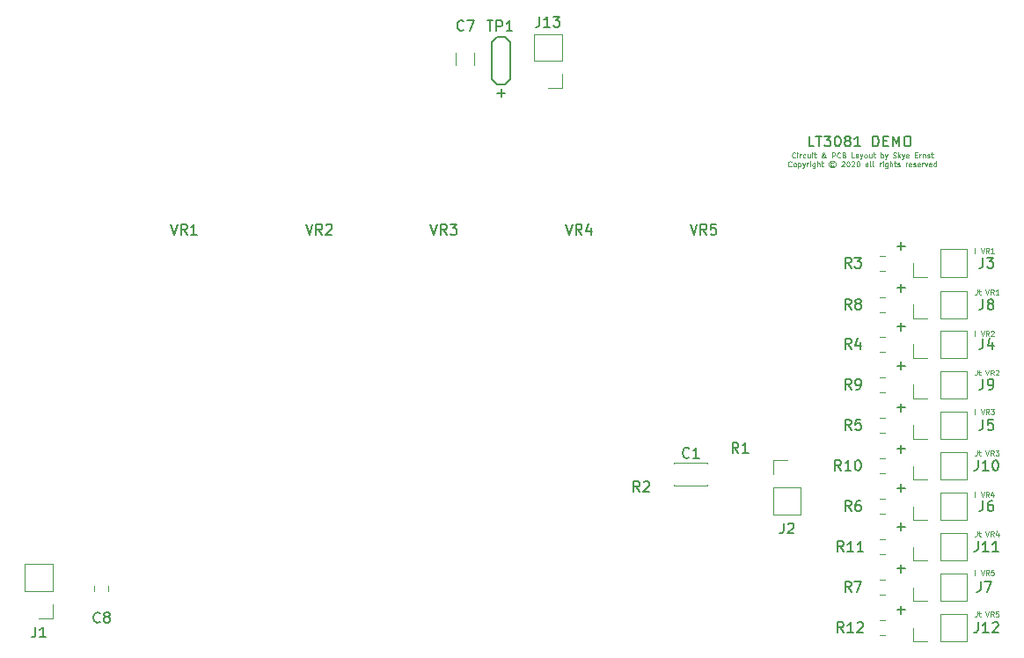
<source format=gbr>
G04 #@! TF.GenerationSoftware,KiCad,Pcbnew,(5.1.5)-3*
G04 #@! TF.CreationDate,2020-06-02T16:47:02-04:00*
G04 #@! TF.ProjectId,LT3081-TESTING,4c543330-3831-42d5-9445-5354494e472e,rev?*
G04 #@! TF.SameCoordinates,Original*
G04 #@! TF.FileFunction,Legend,Top*
G04 #@! TF.FilePolarity,Positive*
%FSLAX46Y46*%
G04 Gerber Fmt 4.6, Leading zero omitted, Abs format (unit mm)*
G04 Created by KiCad (PCBNEW (5.1.5)-3) date 2020-06-02 16:47:02*
%MOMM*%
%LPD*%
G04 APERTURE LIST*
%ADD10C,0.150000*%
%ADD11C,0.100000*%
%ADD12C,0.120000*%
G04 APERTURE END LIST*
D10*
X166119047Y-33321428D02*
X166880952Y-33321428D01*
X166500000Y-33702380D02*
X166500000Y-32940476D01*
D11*
X194797619Y-39503571D02*
X194773809Y-39527380D01*
X194702380Y-39551190D01*
X194654761Y-39551190D01*
X194583333Y-39527380D01*
X194535714Y-39479761D01*
X194511904Y-39432142D01*
X194488095Y-39336904D01*
X194488095Y-39265476D01*
X194511904Y-39170238D01*
X194535714Y-39122619D01*
X194583333Y-39075000D01*
X194654761Y-39051190D01*
X194702380Y-39051190D01*
X194773809Y-39075000D01*
X194797619Y-39098809D01*
X195011904Y-39551190D02*
X195011904Y-39217857D01*
X195011904Y-39051190D02*
X194988095Y-39075000D01*
X195011904Y-39098809D01*
X195035714Y-39075000D01*
X195011904Y-39051190D01*
X195011904Y-39098809D01*
X195250000Y-39551190D02*
X195250000Y-39217857D01*
X195250000Y-39313095D02*
X195273809Y-39265476D01*
X195297619Y-39241666D01*
X195345238Y-39217857D01*
X195392857Y-39217857D01*
X195773809Y-39527380D02*
X195726190Y-39551190D01*
X195630952Y-39551190D01*
X195583333Y-39527380D01*
X195559523Y-39503571D01*
X195535714Y-39455952D01*
X195535714Y-39313095D01*
X195559523Y-39265476D01*
X195583333Y-39241666D01*
X195630952Y-39217857D01*
X195726190Y-39217857D01*
X195773809Y-39241666D01*
X196202380Y-39217857D02*
X196202380Y-39551190D01*
X195988095Y-39217857D02*
X195988095Y-39479761D01*
X196011904Y-39527380D01*
X196059523Y-39551190D01*
X196130952Y-39551190D01*
X196178571Y-39527380D01*
X196202380Y-39503571D01*
X196440476Y-39551190D02*
X196440476Y-39217857D01*
X196440476Y-39051190D02*
X196416666Y-39075000D01*
X196440476Y-39098809D01*
X196464285Y-39075000D01*
X196440476Y-39051190D01*
X196440476Y-39098809D01*
X196607142Y-39217857D02*
X196797619Y-39217857D01*
X196678571Y-39051190D02*
X196678571Y-39479761D01*
X196702380Y-39527380D01*
X196750000Y-39551190D01*
X196797619Y-39551190D01*
X197750000Y-39551190D02*
X197726190Y-39551190D01*
X197678571Y-39527380D01*
X197607142Y-39455952D01*
X197488095Y-39313095D01*
X197440476Y-39241666D01*
X197416666Y-39170238D01*
X197416666Y-39122619D01*
X197440476Y-39075000D01*
X197488095Y-39051190D01*
X197511904Y-39051190D01*
X197559523Y-39075000D01*
X197583333Y-39122619D01*
X197583333Y-39146428D01*
X197559523Y-39194047D01*
X197535714Y-39217857D01*
X197392857Y-39313095D01*
X197369047Y-39336904D01*
X197345238Y-39384523D01*
X197345238Y-39455952D01*
X197369047Y-39503571D01*
X197392857Y-39527380D01*
X197440476Y-39551190D01*
X197511904Y-39551190D01*
X197559523Y-39527380D01*
X197583333Y-39503571D01*
X197654761Y-39408333D01*
X197678571Y-39336904D01*
X197678571Y-39289285D01*
X198345238Y-39551190D02*
X198345238Y-39051190D01*
X198535714Y-39051190D01*
X198583333Y-39075000D01*
X198607142Y-39098809D01*
X198630952Y-39146428D01*
X198630952Y-39217857D01*
X198607142Y-39265476D01*
X198583333Y-39289285D01*
X198535714Y-39313095D01*
X198345238Y-39313095D01*
X199130952Y-39503571D02*
X199107142Y-39527380D01*
X199035714Y-39551190D01*
X198988095Y-39551190D01*
X198916666Y-39527380D01*
X198869047Y-39479761D01*
X198845238Y-39432142D01*
X198821428Y-39336904D01*
X198821428Y-39265476D01*
X198845238Y-39170238D01*
X198869047Y-39122619D01*
X198916666Y-39075000D01*
X198988095Y-39051190D01*
X199035714Y-39051190D01*
X199107142Y-39075000D01*
X199130952Y-39098809D01*
X199511904Y-39289285D02*
X199583333Y-39313095D01*
X199607142Y-39336904D01*
X199630952Y-39384523D01*
X199630952Y-39455952D01*
X199607142Y-39503571D01*
X199583333Y-39527380D01*
X199535714Y-39551190D01*
X199345238Y-39551190D01*
X199345238Y-39051190D01*
X199511904Y-39051190D01*
X199559523Y-39075000D01*
X199583333Y-39098809D01*
X199607142Y-39146428D01*
X199607142Y-39194047D01*
X199583333Y-39241666D01*
X199559523Y-39265476D01*
X199511904Y-39289285D01*
X199345238Y-39289285D01*
X200464285Y-39551190D02*
X200226190Y-39551190D01*
X200226190Y-39051190D01*
X200845238Y-39551190D02*
X200845238Y-39289285D01*
X200821428Y-39241666D01*
X200773809Y-39217857D01*
X200678571Y-39217857D01*
X200630952Y-39241666D01*
X200845238Y-39527380D02*
X200797619Y-39551190D01*
X200678571Y-39551190D01*
X200630952Y-39527380D01*
X200607142Y-39479761D01*
X200607142Y-39432142D01*
X200630952Y-39384523D01*
X200678571Y-39360714D01*
X200797619Y-39360714D01*
X200845238Y-39336904D01*
X201035714Y-39217857D02*
X201154761Y-39551190D01*
X201273809Y-39217857D02*
X201154761Y-39551190D01*
X201107142Y-39670238D01*
X201083333Y-39694047D01*
X201035714Y-39717857D01*
X201535714Y-39551190D02*
X201488095Y-39527380D01*
X201464285Y-39503571D01*
X201440476Y-39455952D01*
X201440476Y-39313095D01*
X201464285Y-39265476D01*
X201488095Y-39241666D01*
X201535714Y-39217857D01*
X201607142Y-39217857D01*
X201654761Y-39241666D01*
X201678571Y-39265476D01*
X201702380Y-39313095D01*
X201702380Y-39455952D01*
X201678571Y-39503571D01*
X201654761Y-39527380D01*
X201607142Y-39551190D01*
X201535714Y-39551190D01*
X202130952Y-39217857D02*
X202130952Y-39551190D01*
X201916666Y-39217857D02*
X201916666Y-39479761D01*
X201940476Y-39527380D01*
X201988095Y-39551190D01*
X202059523Y-39551190D01*
X202107142Y-39527380D01*
X202130952Y-39503571D01*
X202297619Y-39217857D02*
X202488095Y-39217857D01*
X202369047Y-39051190D02*
X202369047Y-39479761D01*
X202392857Y-39527380D01*
X202440476Y-39551190D01*
X202488095Y-39551190D01*
X203035714Y-39551190D02*
X203035714Y-39051190D01*
X203035714Y-39241666D02*
X203083333Y-39217857D01*
X203178571Y-39217857D01*
X203226190Y-39241666D01*
X203250000Y-39265476D01*
X203273809Y-39313095D01*
X203273809Y-39455952D01*
X203250000Y-39503571D01*
X203226190Y-39527380D01*
X203178571Y-39551190D01*
X203083333Y-39551190D01*
X203035714Y-39527380D01*
X203440476Y-39217857D02*
X203559523Y-39551190D01*
X203678571Y-39217857D02*
X203559523Y-39551190D01*
X203511904Y-39670238D01*
X203488095Y-39694047D01*
X203440476Y-39717857D01*
X204226190Y-39527380D02*
X204297619Y-39551190D01*
X204416666Y-39551190D01*
X204464285Y-39527380D01*
X204488095Y-39503571D01*
X204511904Y-39455952D01*
X204511904Y-39408333D01*
X204488095Y-39360714D01*
X204464285Y-39336904D01*
X204416666Y-39313095D01*
X204321428Y-39289285D01*
X204273809Y-39265476D01*
X204250000Y-39241666D01*
X204226190Y-39194047D01*
X204226190Y-39146428D01*
X204250000Y-39098809D01*
X204273809Y-39075000D01*
X204321428Y-39051190D01*
X204440476Y-39051190D01*
X204511904Y-39075000D01*
X204726190Y-39551190D02*
X204726190Y-39051190D01*
X204773809Y-39360714D02*
X204916666Y-39551190D01*
X204916666Y-39217857D02*
X204726190Y-39408333D01*
X205083333Y-39217857D02*
X205202380Y-39551190D01*
X205321428Y-39217857D02*
X205202380Y-39551190D01*
X205154761Y-39670238D01*
X205130952Y-39694047D01*
X205083333Y-39717857D01*
X205702380Y-39527380D02*
X205654761Y-39551190D01*
X205559523Y-39551190D01*
X205511904Y-39527380D01*
X205488095Y-39479761D01*
X205488095Y-39289285D01*
X205511904Y-39241666D01*
X205559523Y-39217857D01*
X205654761Y-39217857D01*
X205702380Y-39241666D01*
X205726190Y-39289285D01*
X205726190Y-39336904D01*
X205488095Y-39384523D01*
X206321428Y-39289285D02*
X206488095Y-39289285D01*
X206559523Y-39551190D02*
X206321428Y-39551190D01*
X206321428Y-39051190D01*
X206559523Y-39051190D01*
X206773809Y-39551190D02*
X206773809Y-39217857D01*
X206773809Y-39313095D02*
X206797619Y-39265476D01*
X206821428Y-39241666D01*
X206869047Y-39217857D01*
X206916666Y-39217857D01*
X207083333Y-39217857D02*
X207083333Y-39551190D01*
X207083333Y-39265476D02*
X207107142Y-39241666D01*
X207154761Y-39217857D01*
X207226190Y-39217857D01*
X207273809Y-39241666D01*
X207297619Y-39289285D01*
X207297619Y-39551190D01*
X207511904Y-39527380D02*
X207559523Y-39551190D01*
X207654761Y-39551190D01*
X207702380Y-39527380D01*
X207726190Y-39479761D01*
X207726190Y-39455952D01*
X207702380Y-39408333D01*
X207654761Y-39384523D01*
X207583333Y-39384523D01*
X207535714Y-39360714D01*
X207511904Y-39313095D01*
X207511904Y-39289285D01*
X207535714Y-39241666D01*
X207583333Y-39217857D01*
X207654761Y-39217857D01*
X207702380Y-39241666D01*
X207869047Y-39217857D02*
X208059523Y-39217857D01*
X207940476Y-39051190D02*
X207940476Y-39479761D01*
X207964285Y-39527380D01*
X208011904Y-39551190D01*
X208059523Y-39551190D01*
X194428571Y-40353571D02*
X194404761Y-40377380D01*
X194333333Y-40401190D01*
X194285714Y-40401190D01*
X194214285Y-40377380D01*
X194166666Y-40329761D01*
X194142857Y-40282142D01*
X194119047Y-40186904D01*
X194119047Y-40115476D01*
X194142857Y-40020238D01*
X194166666Y-39972619D01*
X194214285Y-39925000D01*
X194285714Y-39901190D01*
X194333333Y-39901190D01*
X194404761Y-39925000D01*
X194428571Y-39948809D01*
X194714285Y-40401190D02*
X194666666Y-40377380D01*
X194642857Y-40353571D01*
X194619047Y-40305952D01*
X194619047Y-40163095D01*
X194642857Y-40115476D01*
X194666666Y-40091666D01*
X194714285Y-40067857D01*
X194785714Y-40067857D01*
X194833333Y-40091666D01*
X194857142Y-40115476D01*
X194880952Y-40163095D01*
X194880952Y-40305952D01*
X194857142Y-40353571D01*
X194833333Y-40377380D01*
X194785714Y-40401190D01*
X194714285Y-40401190D01*
X195095238Y-40067857D02*
X195095238Y-40567857D01*
X195095238Y-40091666D02*
X195142857Y-40067857D01*
X195238095Y-40067857D01*
X195285714Y-40091666D01*
X195309523Y-40115476D01*
X195333333Y-40163095D01*
X195333333Y-40305952D01*
X195309523Y-40353571D01*
X195285714Y-40377380D01*
X195238095Y-40401190D01*
X195142857Y-40401190D01*
X195095238Y-40377380D01*
X195500000Y-40067857D02*
X195619047Y-40401190D01*
X195738095Y-40067857D02*
X195619047Y-40401190D01*
X195571428Y-40520238D01*
X195547619Y-40544047D01*
X195500000Y-40567857D01*
X195928571Y-40401190D02*
X195928571Y-40067857D01*
X195928571Y-40163095D02*
X195952380Y-40115476D01*
X195976190Y-40091666D01*
X196023809Y-40067857D01*
X196071428Y-40067857D01*
X196238095Y-40401190D02*
X196238095Y-40067857D01*
X196238095Y-39901190D02*
X196214285Y-39925000D01*
X196238095Y-39948809D01*
X196261904Y-39925000D01*
X196238095Y-39901190D01*
X196238095Y-39948809D01*
X196690476Y-40067857D02*
X196690476Y-40472619D01*
X196666666Y-40520238D01*
X196642857Y-40544047D01*
X196595238Y-40567857D01*
X196523809Y-40567857D01*
X196476190Y-40544047D01*
X196690476Y-40377380D02*
X196642857Y-40401190D01*
X196547619Y-40401190D01*
X196500000Y-40377380D01*
X196476190Y-40353571D01*
X196452380Y-40305952D01*
X196452380Y-40163095D01*
X196476190Y-40115476D01*
X196500000Y-40091666D01*
X196547619Y-40067857D01*
X196642857Y-40067857D01*
X196690476Y-40091666D01*
X196928571Y-40401190D02*
X196928571Y-39901190D01*
X197142857Y-40401190D02*
X197142857Y-40139285D01*
X197119047Y-40091666D01*
X197071428Y-40067857D01*
X197000000Y-40067857D01*
X196952380Y-40091666D01*
X196928571Y-40115476D01*
X197309523Y-40067857D02*
X197500000Y-40067857D01*
X197380952Y-39901190D02*
X197380952Y-40329761D01*
X197404761Y-40377380D01*
X197452380Y-40401190D01*
X197500000Y-40401190D01*
X198452380Y-40020238D02*
X198404761Y-39996428D01*
X198309523Y-39996428D01*
X198261904Y-40020238D01*
X198214285Y-40067857D01*
X198190476Y-40115476D01*
X198190476Y-40210714D01*
X198214285Y-40258333D01*
X198261904Y-40305952D01*
X198309523Y-40329761D01*
X198404761Y-40329761D01*
X198452380Y-40305952D01*
X198357142Y-39829761D02*
X198238095Y-39853571D01*
X198119047Y-39925000D01*
X198047619Y-40044047D01*
X198023809Y-40163095D01*
X198047619Y-40282142D01*
X198119047Y-40401190D01*
X198238095Y-40472619D01*
X198357142Y-40496428D01*
X198476190Y-40472619D01*
X198595238Y-40401190D01*
X198666666Y-40282142D01*
X198690476Y-40163095D01*
X198666666Y-40044047D01*
X198595238Y-39925000D01*
X198476190Y-39853571D01*
X198357142Y-39829761D01*
X199261904Y-39948809D02*
X199285714Y-39925000D01*
X199333333Y-39901190D01*
X199452380Y-39901190D01*
X199500000Y-39925000D01*
X199523809Y-39948809D01*
X199547619Y-39996428D01*
X199547619Y-40044047D01*
X199523809Y-40115476D01*
X199238095Y-40401190D01*
X199547619Y-40401190D01*
X199857142Y-39901190D02*
X199904761Y-39901190D01*
X199952380Y-39925000D01*
X199976190Y-39948809D01*
X200000000Y-39996428D01*
X200023809Y-40091666D01*
X200023809Y-40210714D01*
X200000000Y-40305952D01*
X199976190Y-40353571D01*
X199952380Y-40377380D01*
X199904761Y-40401190D01*
X199857142Y-40401190D01*
X199809523Y-40377380D01*
X199785714Y-40353571D01*
X199761904Y-40305952D01*
X199738095Y-40210714D01*
X199738095Y-40091666D01*
X199761904Y-39996428D01*
X199785714Y-39948809D01*
X199809523Y-39925000D01*
X199857142Y-39901190D01*
X200214285Y-39948809D02*
X200238095Y-39925000D01*
X200285714Y-39901190D01*
X200404761Y-39901190D01*
X200452380Y-39925000D01*
X200476190Y-39948809D01*
X200500000Y-39996428D01*
X200500000Y-40044047D01*
X200476190Y-40115476D01*
X200190476Y-40401190D01*
X200500000Y-40401190D01*
X200809523Y-39901190D02*
X200857142Y-39901190D01*
X200904761Y-39925000D01*
X200928571Y-39948809D01*
X200952380Y-39996428D01*
X200976190Y-40091666D01*
X200976190Y-40210714D01*
X200952380Y-40305952D01*
X200928571Y-40353571D01*
X200904761Y-40377380D01*
X200857142Y-40401190D01*
X200809523Y-40401190D01*
X200761904Y-40377380D01*
X200738095Y-40353571D01*
X200714285Y-40305952D01*
X200690476Y-40210714D01*
X200690476Y-40091666D01*
X200714285Y-39996428D01*
X200738095Y-39948809D01*
X200761904Y-39925000D01*
X200809523Y-39901190D01*
X201785714Y-40401190D02*
X201785714Y-40139285D01*
X201761904Y-40091666D01*
X201714285Y-40067857D01*
X201619047Y-40067857D01*
X201571428Y-40091666D01*
X201785714Y-40377380D02*
X201738095Y-40401190D01*
X201619047Y-40401190D01*
X201571428Y-40377380D01*
X201547619Y-40329761D01*
X201547619Y-40282142D01*
X201571428Y-40234523D01*
X201619047Y-40210714D01*
X201738095Y-40210714D01*
X201785714Y-40186904D01*
X202095238Y-40401190D02*
X202047619Y-40377380D01*
X202023809Y-40329761D01*
X202023809Y-39901190D01*
X202357142Y-40401190D02*
X202309523Y-40377380D01*
X202285714Y-40329761D01*
X202285714Y-39901190D01*
X202928571Y-40401190D02*
X202928571Y-40067857D01*
X202928571Y-40163095D02*
X202952380Y-40115476D01*
X202976190Y-40091666D01*
X203023809Y-40067857D01*
X203071428Y-40067857D01*
X203238095Y-40401190D02*
X203238095Y-40067857D01*
X203238095Y-39901190D02*
X203214285Y-39925000D01*
X203238095Y-39948809D01*
X203261904Y-39925000D01*
X203238095Y-39901190D01*
X203238095Y-39948809D01*
X203690476Y-40067857D02*
X203690476Y-40472619D01*
X203666666Y-40520238D01*
X203642857Y-40544047D01*
X203595238Y-40567857D01*
X203523809Y-40567857D01*
X203476190Y-40544047D01*
X203690476Y-40377380D02*
X203642857Y-40401190D01*
X203547619Y-40401190D01*
X203500000Y-40377380D01*
X203476190Y-40353571D01*
X203452380Y-40305952D01*
X203452380Y-40163095D01*
X203476190Y-40115476D01*
X203500000Y-40091666D01*
X203547619Y-40067857D01*
X203642857Y-40067857D01*
X203690476Y-40091666D01*
X203928571Y-40401190D02*
X203928571Y-39901190D01*
X204142857Y-40401190D02*
X204142857Y-40139285D01*
X204119047Y-40091666D01*
X204071428Y-40067857D01*
X204000000Y-40067857D01*
X203952380Y-40091666D01*
X203928571Y-40115476D01*
X204309523Y-40067857D02*
X204500000Y-40067857D01*
X204380952Y-39901190D02*
X204380952Y-40329761D01*
X204404761Y-40377380D01*
X204452380Y-40401190D01*
X204500000Y-40401190D01*
X204642857Y-40377380D02*
X204690476Y-40401190D01*
X204785714Y-40401190D01*
X204833333Y-40377380D01*
X204857142Y-40329761D01*
X204857142Y-40305952D01*
X204833333Y-40258333D01*
X204785714Y-40234523D01*
X204714285Y-40234523D01*
X204666666Y-40210714D01*
X204642857Y-40163095D01*
X204642857Y-40139285D01*
X204666666Y-40091666D01*
X204714285Y-40067857D01*
X204785714Y-40067857D01*
X204833333Y-40091666D01*
X205452380Y-40401190D02*
X205452380Y-40067857D01*
X205452380Y-40163095D02*
X205476190Y-40115476D01*
X205500000Y-40091666D01*
X205547619Y-40067857D01*
X205595238Y-40067857D01*
X205952380Y-40377380D02*
X205904761Y-40401190D01*
X205809523Y-40401190D01*
X205761904Y-40377380D01*
X205738095Y-40329761D01*
X205738095Y-40139285D01*
X205761904Y-40091666D01*
X205809523Y-40067857D01*
X205904761Y-40067857D01*
X205952380Y-40091666D01*
X205976190Y-40139285D01*
X205976190Y-40186904D01*
X205738095Y-40234523D01*
X206166666Y-40377380D02*
X206214285Y-40401190D01*
X206309523Y-40401190D01*
X206357142Y-40377380D01*
X206380952Y-40329761D01*
X206380952Y-40305952D01*
X206357142Y-40258333D01*
X206309523Y-40234523D01*
X206238095Y-40234523D01*
X206190476Y-40210714D01*
X206166666Y-40163095D01*
X206166666Y-40139285D01*
X206190476Y-40091666D01*
X206238095Y-40067857D01*
X206309523Y-40067857D01*
X206357142Y-40091666D01*
X206785714Y-40377380D02*
X206738095Y-40401190D01*
X206642857Y-40401190D01*
X206595238Y-40377380D01*
X206571428Y-40329761D01*
X206571428Y-40139285D01*
X206595238Y-40091666D01*
X206642857Y-40067857D01*
X206738095Y-40067857D01*
X206785714Y-40091666D01*
X206809523Y-40139285D01*
X206809523Y-40186904D01*
X206571428Y-40234523D01*
X207023809Y-40401190D02*
X207023809Y-40067857D01*
X207023809Y-40163095D02*
X207047619Y-40115476D01*
X207071428Y-40091666D01*
X207119047Y-40067857D01*
X207166666Y-40067857D01*
X207285714Y-40067857D02*
X207404761Y-40401190D01*
X207523809Y-40067857D01*
X207904761Y-40377380D02*
X207857142Y-40401190D01*
X207761904Y-40401190D01*
X207714285Y-40377380D01*
X207690476Y-40329761D01*
X207690476Y-40139285D01*
X207714285Y-40091666D01*
X207761904Y-40067857D01*
X207857142Y-40067857D01*
X207904761Y-40091666D01*
X207928571Y-40139285D01*
X207928571Y-40186904D01*
X207690476Y-40234523D01*
X208357142Y-40401190D02*
X208357142Y-39901190D01*
X208357142Y-40377380D02*
X208309523Y-40401190D01*
X208214285Y-40401190D01*
X208166666Y-40377380D01*
X208142857Y-40353571D01*
X208119047Y-40305952D01*
X208119047Y-40163095D01*
X208142857Y-40115476D01*
X208166666Y-40091666D01*
X208214285Y-40067857D01*
X208309523Y-40067857D01*
X208357142Y-40091666D01*
X212285714Y-83226190D02*
X212285714Y-83583333D01*
X212261904Y-83654761D01*
X212214285Y-83702380D01*
X212142857Y-83726190D01*
X212095238Y-83726190D01*
X212452380Y-83392857D02*
X212642857Y-83392857D01*
X212523809Y-83226190D02*
X212523809Y-83654761D01*
X212547619Y-83702380D01*
X212595238Y-83726190D01*
X212642857Y-83726190D01*
X213119047Y-83226190D02*
X213285714Y-83726190D01*
X213452380Y-83226190D01*
X213904761Y-83726190D02*
X213738095Y-83488095D01*
X213619047Y-83726190D02*
X213619047Y-83226190D01*
X213809523Y-83226190D01*
X213857142Y-83250000D01*
X213880952Y-83273809D01*
X213904761Y-83321428D01*
X213904761Y-83392857D01*
X213880952Y-83440476D01*
X213857142Y-83464285D01*
X213809523Y-83488095D01*
X213619047Y-83488095D01*
X214357142Y-83226190D02*
X214119047Y-83226190D01*
X214095238Y-83464285D01*
X214119047Y-83440476D01*
X214166666Y-83416666D01*
X214285714Y-83416666D01*
X214333333Y-83440476D01*
X214357142Y-83464285D01*
X214380952Y-83511904D01*
X214380952Y-83630952D01*
X214357142Y-83678571D01*
X214333333Y-83702380D01*
X214285714Y-83726190D01*
X214166666Y-83726190D01*
X214119047Y-83702380D01*
X214095238Y-83678571D01*
X212285714Y-75476190D02*
X212285714Y-75833333D01*
X212261904Y-75904761D01*
X212214285Y-75952380D01*
X212142857Y-75976190D01*
X212095238Y-75976190D01*
X212452380Y-75642857D02*
X212642857Y-75642857D01*
X212523809Y-75476190D02*
X212523809Y-75904761D01*
X212547619Y-75952380D01*
X212595238Y-75976190D01*
X212642857Y-75976190D01*
X213119047Y-75476190D02*
X213285714Y-75976190D01*
X213452380Y-75476190D01*
X213904761Y-75976190D02*
X213738095Y-75738095D01*
X213619047Y-75976190D02*
X213619047Y-75476190D01*
X213809523Y-75476190D01*
X213857142Y-75500000D01*
X213880952Y-75523809D01*
X213904761Y-75571428D01*
X213904761Y-75642857D01*
X213880952Y-75690476D01*
X213857142Y-75714285D01*
X213809523Y-75738095D01*
X213619047Y-75738095D01*
X214333333Y-75642857D02*
X214333333Y-75976190D01*
X214214285Y-75452380D02*
X214095238Y-75809523D01*
X214404761Y-75809523D01*
X212285714Y-67726190D02*
X212285714Y-68083333D01*
X212261904Y-68154761D01*
X212214285Y-68202380D01*
X212142857Y-68226190D01*
X212095238Y-68226190D01*
X212452380Y-67892857D02*
X212642857Y-67892857D01*
X212523809Y-67726190D02*
X212523809Y-68154761D01*
X212547619Y-68202380D01*
X212595238Y-68226190D01*
X212642857Y-68226190D01*
X213119047Y-67726190D02*
X213285714Y-68226190D01*
X213452380Y-67726190D01*
X213904761Y-68226190D02*
X213738095Y-67988095D01*
X213619047Y-68226190D02*
X213619047Y-67726190D01*
X213809523Y-67726190D01*
X213857142Y-67750000D01*
X213880952Y-67773809D01*
X213904761Y-67821428D01*
X213904761Y-67892857D01*
X213880952Y-67940476D01*
X213857142Y-67964285D01*
X213809523Y-67988095D01*
X213619047Y-67988095D01*
X214071428Y-67726190D02*
X214380952Y-67726190D01*
X214214285Y-67916666D01*
X214285714Y-67916666D01*
X214333333Y-67940476D01*
X214357142Y-67964285D01*
X214380952Y-68011904D01*
X214380952Y-68130952D01*
X214357142Y-68178571D01*
X214333333Y-68202380D01*
X214285714Y-68226190D01*
X214142857Y-68226190D01*
X214095238Y-68202380D01*
X214071428Y-68178571D01*
X212285714Y-59976190D02*
X212285714Y-60333333D01*
X212261904Y-60404761D01*
X212214285Y-60452380D01*
X212142857Y-60476190D01*
X212095238Y-60476190D01*
X212452380Y-60142857D02*
X212642857Y-60142857D01*
X212523809Y-59976190D02*
X212523809Y-60404761D01*
X212547619Y-60452380D01*
X212595238Y-60476190D01*
X212642857Y-60476190D01*
X213119047Y-59976190D02*
X213285714Y-60476190D01*
X213452380Y-59976190D01*
X213904761Y-60476190D02*
X213738095Y-60238095D01*
X213619047Y-60476190D02*
X213619047Y-59976190D01*
X213809523Y-59976190D01*
X213857142Y-60000000D01*
X213880952Y-60023809D01*
X213904761Y-60071428D01*
X213904761Y-60142857D01*
X213880952Y-60190476D01*
X213857142Y-60214285D01*
X213809523Y-60238095D01*
X213619047Y-60238095D01*
X214095238Y-60023809D02*
X214119047Y-60000000D01*
X214166666Y-59976190D01*
X214285714Y-59976190D01*
X214333333Y-60000000D01*
X214357142Y-60023809D01*
X214380952Y-60071428D01*
X214380952Y-60119047D01*
X214357142Y-60190476D01*
X214071428Y-60476190D01*
X214380952Y-60476190D01*
X212285714Y-52226190D02*
X212285714Y-52583333D01*
X212261904Y-52654761D01*
X212214285Y-52702380D01*
X212142857Y-52726190D01*
X212095238Y-52726190D01*
X212452380Y-52392857D02*
X212642857Y-52392857D01*
X212523809Y-52226190D02*
X212523809Y-52654761D01*
X212547619Y-52702380D01*
X212595238Y-52726190D01*
X212642857Y-52726190D01*
X213119047Y-52226190D02*
X213285714Y-52726190D01*
X213452380Y-52226190D01*
X213904761Y-52726190D02*
X213738095Y-52488095D01*
X213619047Y-52726190D02*
X213619047Y-52226190D01*
X213809523Y-52226190D01*
X213857142Y-52250000D01*
X213880952Y-52273809D01*
X213904761Y-52321428D01*
X213904761Y-52392857D01*
X213880952Y-52440476D01*
X213857142Y-52464285D01*
X213809523Y-52488095D01*
X213619047Y-52488095D01*
X214380952Y-52726190D02*
X214095238Y-52726190D01*
X214238095Y-52726190D02*
X214238095Y-52226190D01*
X214190476Y-52297619D01*
X214142857Y-52345238D01*
X214095238Y-52369047D01*
X212107142Y-79726190D02*
X212107142Y-79226190D01*
X212654761Y-79226190D02*
X212821428Y-79726190D01*
X212988095Y-79226190D01*
X213440476Y-79726190D02*
X213273809Y-79488095D01*
X213154761Y-79726190D02*
X213154761Y-79226190D01*
X213345238Y-79226190D01*
X213392857Y-79250000D01*
X213416666Y-79273809D01*
X213440476Y-79321428D01*
X213440476Y-79392857D01*
X213416666Y-79440476D01*
X213392857Y-79464285D01*
X213345238Y-79488095D01*
X213154761Y-79488095D01*
X213892857Y-79226190D02*
X213654761Y-79226190D01*
X213630952Y-79464285D01*
X213654761Y-79440476D01*
X213702380Y-79416666D01*
X213821428Y-79416666D01*
X213869047Y-79440476D01*
X213892857Y-79464285D01*
X213916666Y-79511904D01*
X213916666Y-79630952D01*
X213892857Y-79678571D01*
X213869047Y-79702380D01*
X213821428Y-79726190D01*
X213702380Y-79726190D01*
X213654761Y-79702380D01*
X213630952Y-79678571D01*
X212107142Y-72226190D02*
X212107142Y-71726190D01*
X212654761Y-71726190D02*
X212821428Y-72226190D01*
X212988095Y-71726190D01*
X213440476Y-72226190D02*
X213273809Y-71988095D01*
X213154761Y-72226190D02*
X213154761Y-71726190D01*
X213345238Y-71726190D01*
X213392857Y-71750000D01*
X213416666Y-71773809D01*
X213440476Y-71821428D01*
X213440476Y-71892857D01*
X213416666Y-71940476D01*
X213392857Y-71964285D01*
X213345238Y-71988095D01*
X213154761Y-71988095D01*
X213869047Y-71892857D02*
X213869047Y-72226190D01*
X213750000Y-71702380D02*
X213630952Y-72059523D01*
X213940476Y-72059523D01*
X212107142Y-64226190D02*
X212107142Y-63726190D01*
X212654761Y-63726190D02*
X212821428Y-64226190D01*
X212988095Y-63726190D01*
X213440476Y-64226190D02*
X213273809Y-63988095D01*
X213154761Y-64226190D02*
X213154761Y-63726190D01*
X213345238Y-63726190D01*
X213392857Y-63750000D01*
X213416666Y-63773809D01*
X213440476Y-63821428D01*
X213440476Y-63892857D01*
X213416666Y-63940476D01*
X213392857Y-63964285D01*
X213345238Y-63988095D01*
X213154761Y-63988095D01*
X213607142Y-63726190D02*
X213916666Y-63726190D01*
X213750000Y-63916666D01*
X213821428Y-63916666D01*
X213869047Y-63940476D01*
X213892857Y-63964285D01*
X213916666Y-64011904D01*
X213916666Y-64130952D01*
X213892857Y-64178571D01*
X213869047Y-64202380D01*
X213821428Y-64226190D01*
X213678571Y-64226190D01*
X213630952Y-64202380D01*
X213607142Y-64178571D01*
X212107142Y-56726190D02*
X212107142Y-56226190D01*
X212654761Y-56226190D02*
X212821428Y-56726190D01*
X212988095Y-56226190D01*
X213440476Y-56726190D02*
X213273809Y-56488095D01*
X213154761Y-56726190D02*
X213154761Y-56226190D01*
X213345238Y-56226190D01*
X213392857Y-56250000D01*
X213416666Y-56273809D01*
X213440476Y-56321428D01*
X213440476Y-56392857D01*
X213416666Y-56440476D01*
X213392857Y-56464285D01*
X213345238Y-56488095D01*
X213154761Y-56488095D01*
X213630952Y-56273809D02*
X213654761Y-56250000D01*
X213702380Y-56226190D01*
X213821428Y-56226190D01*
X213869047Y-56250000D01*
X213892857Y-56273809D01*
X213916666Y-56321428D01*
X213916666Y-56369047D01*
X213892857Y-56440476D01*
X213607142Y-56726190D01*
X213916666Y-56726190D01*
D10*
X204619047Y-83071428D02*
X205380952Y-83071428D01*
X205000000Y-83452380D02*
X205000000Y-82690476D01*
X204619047Y-79071428D02*
X205380952Y-79071428D01*
X205000000Y-79452380D02*
X205000000Y-78690476D01*
X204619047Y-75071428D02*
X205380952Y-75071428D01*
X205000000Y-75452380D02*
X205000000Y-74690476D01*
X204619047Y-71321428D02*
X205380952Y-71321428D01*
X205000000Y-71702380D02*
X205000000Y-70940476D01*
X204619047Y-67571428D02*
X205380952Y-67571428D01*
X205000000Y-67952380D02*
X205000000Y-67190476D01*
X204619047Y-63571428D02*
X205380952Y-63571428D01*
X205000000Y-63952380D02*
X205000000Y-63190476D01*
X204619047Y-59571428D02*
X205380952Y-59571428D01*
X205000000Y-59952380D02*
X205000000Y-59190476D01*
X204619047Y-55821428D02*
X205380952Y-55821428D01*
X205000000Y-56202380D02*
X205000000Y-55440476D01*
X204619047Y-52071428D02*
X205380952Y-52071428D01*
X205000000Y-52452380D02*
X205000000Y-51690476D01*
X204619047Y-48071428D02*
X205380952Y-48071428D01*
X205000000Y-48452380D02*
X205000000Y-47690476D01*
D11*
X212107142Y-48726190D02*
X212107142Y-48226190D01*
X212654761Y-48226190D02*
X212821428Y-48726190D01*
X212988095Y-48226190D01*
X213440476Y-48726190D02*
X213273809Y-48488095D01*
X213154761Y-48726190D02*
X213154761Y-48226190D01*
X213345238Y-48226190D01*
X213392857Y-48250000D01*
X213416666Y-48273809D01*
X213440476Y-48321428D01*
X213440476Y-48392857D01*
X213416666Y-48440476D01*
X213392857Y-48464285D01*
X213345238Y-48488095D01*
X213154761Y-48488095D01*
X213916666Y-48726190D02*
X213630952Y-48726190D01*
X213773809Y-48726190D02*
X213773809Y-48226190D01*
X213726190Y-48297619D01*
X213678571Y-48345238D01*
X213630952Y-48369047D01*
D10*
X196595238Y-38452380D02*
X196119047Y-38452380D01*
X196119047Y-37452380D01*
X196785714Y-37452380D02*
X197357142Y-37452380D01*
X197071428Y-38452380D02*
X197071428Y-37452380D01*
X197595238Y-37452380D02*
X198214285Y-37452380D01*
X197880952Y-37833333D01*
X198023809Y-37833333D01*
X198119047Y-37880952D01*
X198166666Y-37928571D01*
X198214285Y-38023809D01*
X198214285Y-38261904D01*
X198166666Y-38357142D01*
X198119047Y-38404761D01*
X198023809Y-38452380D01*
X197738095Y-38452380D01*
X197642857Y-38404761D01*
X197595238Y-38357142D01*
X198833333Y-37452380D02*
X198928571Y-37452380D01*
X199023809Y-37500000D01*
X199071428Y-37547619D01*
X199119047Y-37642857D01*
X199166666Y-37833333D01*
X199166666Y-38071428D01*
X199119047Y-38261904D01*
X199071428Y-38357142D01*
X199023809Y-38404761D01*
X198928571Y-38452380D01*
X198833333Y-38452380D01*
X198738095Y-38404761D01*
X198690476Y-38357142D01*
X198642857Y-38261904D01*
X198595238Y-38071428D01*
X198595238Y-37833333D01*
X198642857Y-37642857D01*
X198690476Y-37547619D01*
X198738095Y-37500000D01*
X198833333Y-37452380D01*
X199738095Y-37880952D02*
X199642857Y-37833333D01*
X199595238Y-37785714D01*
X199547619Y-37690476D01*
X199547619Y-37642857D01*
X199595238Y-37547619D01*
X199642857Y-37500000D01*
X199738095Y-37452380D01*
X199928571Y-37452380D01*
X200023809Y-37500000D01*
X200071428Y-37547619D01*
X200119047Y-37642857D01*
X200119047Y-37690476D01*
X200071428Y-37785714D01*
X200023809Y-37833333D01*
X199928571Y-37880952D01*
X199738095Y-37880952D01*
X199642857Y-37928571D01*
X199595238Y-37976190D01*
X199547619Y-38071428D01*
X199547619Y-38261904D01*
X199595238Y-38357142D01*
X199642857Y-38404761D01*
X199738095Y-38452380D01*
X199928571Y-38452380D01*
X200023809Y-38404761D01*
X200071428Y-38357142D01*
X200119047Y-38261904D01*
X200119047Y-38071428D01*
X200071428Y-37976190D01*
X200023809Y-37928571D01*
X199928571Y-37880952D01*
X201071428Y-38452380D02*
X200500000Y-38452380D01*
X200785714Y-38452380D02*
X200785714Y-37452380D01*
X200690476Y-37595238D01*
X200595238Y-37690476D01*
X200500000Y-37738095D01*
X202261904Y-38452380D02*
X202261904Y-37452380D01*
X202500000Y-37452380D01*
X202642857Y-37500000D01*
X202738095Y-37595238D01*
X202785714Y-37690476D01*
X202833333Y-37880952D01*
X202833333Y-38023809D01*
X202785714Y-38214285D01*
X202738095Y-38309523D01*
X202642857Y-38404761D01*
X202500000Y-38452380D01*
X202261904Y-38452380D01*
X203261904Y-37928571D02*
X203595238Y-37928571D01*
X203738095Y-38452380D02*
X203261904Y-38452380D01*
X203261904Y-37452380D01*
X203738095Y-37452380D01*
X204166666Y-38452380D02*
X204166666Y-37452380D01*
X204500000Y-38166666D01*
X204833333Y-37452380D01*
X204833333Y-38452380D01*
X205500000Y-37452380D02*
X205690476Y-37452380D01*
X205785714Y-37500000D01*
X205880952Y-37595238D01*
X205928571Y-37785714D01*
X205928571Y-38119047D01*
X205880952Y-38309523D01*
X205785714Y-38404761D01*
X205690476Y-38452380D01*
X205500000Y-38452380D01*
X205404761Y-38404761D01*
X205309523Y-38309523D01*
X205261904Y-38119047D01*
X205261904Y-37785714D01*
X205309523Y-37595238D01*
X205404761Y-37500000D01*
X205500000Y-37452380D01*
D12*
X172330000Y-32830000D02*
X171000000Y-32830000D01*
X172330000Y-31500000D02*
X172330000Y-32830000D01*
X172330000Y-30230000D02*
X169670000Y-30230000D01*
X169670000Y-30230000D02*
X169670000Y-27630000D01*
X172330000Y-30230000D02*
X172330000Y-27630000D01*
X172330000Y-27630000D02*
X169670000Y-27630000D01*
X123330000Y-83870000D02*
X122000000Y-83870000D01*
X123330000Y-82540000D02*
X123330000Y-83870000D01*
X123330000Y-81270000D02*
X120670000Y-81270000D01*
X120670000Y-81270000D02*
X120670000Y-78670000D01*
X123330000Y-81270000D02*
X123330000Y-78670000D01*
X123330000Y-78670000D02*
X120670000Y-78670000D01*
X163910000Y-30614564D02*
X163910000Y-29410436D01*
X162090000Y-30614564D02*
X162090000Y-29410436D01*
D10*
X166100000Y-32530000D02*
X165600000Y-32030000D01*
X166900000Y-32530000D02*
X166100000Y-32530000D01*
X167400000Y-32030000D02*
X166900000Y-32530000D01*
X167400000Y-28430000D02*
X167400000Y-32030000D01*
X166900000Y-27930000D02*
X167400000Y-28430000D01*
X166100000Y-27930000D02*
X166900000Y-27930000D01*
X165600000Y-28430000D02*
X166100000Y-27930000D01*
X165600000Y-32030000D02*
X165600000Y-28430000D01*
D12*
X203421078Y-85510000D02*
X202903922Y-85510000D01*
X203421078Y-84090000D02*
X202903922Y-84090000D01*
X203421078Y-76290000D02*
X202903922Y-76290000D01*
X203421078Y-77710000D02*
X202903922Y-77710000D01*
X203421078Y-68490000D02*
X202903922Y-68490000D01*
X203421078Y-69910000D02*
X202903922Y-69910000D01*
X203421078Y-60690000D02*
X202903922Y-60690000D01*
X203421078Y-62110000D02*
X202903922Y-62110000D01*
X203421078Y-52990000D02*
X202903922Y-52990000D01*
X203421078Y-54410000D02*
X202903922Y-54410000D01*
X203421078Y-80190000D02*
X202903922Y-80190000D01*
X203421078Y-81610000D02*
X202903922Y-81610000D01*
X203421078Y-72390000D02*
X202903922Y-72390000D01*
X203421078Y-73810000D02*
X202903922Y-73810000D01*
X203421078Y-64590000D02*
X202903922Y-64590000D01*
X203421078Y-66010000D02*
X202903922Y-66010000D01*
X203421078Y-56790000D02*
X202903922Y-56790000D01*
X203421078Y-58210000D02*
X202903922Y-58210000D01*
X203421078Y-48990000D02*
X202903922Y-48990000D01*
X203421078Y-50410000D02*
X202903922Y-50410000D01*
X206130000Y-86130000D02*
X206130000Y-84800000D01*
X207460000Y-86130000D02*
X206130000Y-86130000D01*
X208730000Y-86130000D02*
X208730000Y-83470000D01*
X208730000Y-83470000D02*
X211330000Y-83470000D01*
X208730000Y-86130000D02*
X211330000Y-86130000D01*
X211330000Y-86130000D02*
X211330000Y-83470000D01*
X206130000Y-78330000D02*
X206130000Y-77000000D01*
X207460000Y-78330000D02*
X206130000Y-78330000D01*
X208730000Y-78330000D02*
X208730000Y-75670000D01*
X208730000Y-75670000D02*
X211330000Y-75670000D01*
X208730000Y-78330000D02*
X211330000Y-78330000D01*
X211330000Y-78330000D02*
X211330000Y-75670000D01*
X206130000Y-70530000D02*
X206130000Y-69200000D01*
X207460000Y-70530000D02*
X206130000Y-70530000D01*
X208730000Y-70530000D02*
X208730000Y-67870000D01*
X208730000Y-67870000D02*
X211330000Y-67870000D01*
X208730000Y-70530000D02*
X211330000Y-70530000D01*
X211330000Y-70530000D02*
X211330000Y-67870000D01*
X206130000Y-62730000D02*
X206130000Y-61400000D01*
X207460000Y-62730000D02*
X206130000Y-62730000D01*
X208730000Y-62730000D02*
X208730000Y-60070000D01*
X208730000Y-60070000D02*
X211330000Y-60070000D01*
X208730000Y-62730000D02*
X211330000Y-62730000D01*
X211330000Y-62730000D02*
X211330000Y-60070000D01*
X206130000Y-55030000D02*
X206130000Y-53700000D01*
X207460000Y-55030000D02*
X206130000Y-55030000D01*
X208730000Y-55030000D02*
X208730000Y-52370000D01*
X208730000Y-52370000D02*
X211330000Y-52370000D01*
X208730000Y-55030000D02*
X211330000Y-55030000D01*
X211330000Y-55030000D02*
X211330000Y-52370000D01*
X206130000Y-82230000D02*
X206130000Y-80900000D01*
X207460000Y-82230000D02*
X206130000Y-82230000D01*
X208730000Y-82230000D02*
X208730000Y-79570000D01*
X208730000Y-79570000D02*
X211330000Y-79570000D01*
X208730000Y-82230000D02*
X211330000Y-82230000D01*
X211330000Y-82230000D02*
X211330000Y-79570000D01*
X206130000Y-74430000D02*
X206130000Y-73100000D01*
X207460000Y-74430000D02*
X206130000Y-74430000D01*
X208730000Y-74430000D02*
X208730000Y-71770000D01*
X208730000Y-71770000D02*
X211330000Y-71770000D01*
X208730000Y-74430000D02*
X211330000Y-74430000D01*
X211330000Y-74430000D02*
X211330000Y-71770000D01*
X206130000Y-66630000D02*
X206130000Y-65300000D01*
X207460000Y-66630000D02*
X206130000Y-66630000D01*
X208730000Y-66630000D02*
X208730000Y-63970000D01*
X208730000Y-63970000D02*
X211330000Y-63970000D01*
X208730000Y-66630000D02*
X211330000Y-66630000D01*
X211330000Y-66630000D02*
X211330000Y-63970000D01*
X206130000Y-58830000D02*
X206130000Y-57500000D01*
X207460000Y-58830000D02*
X206130000Y-58830000D01*
X208730000Y-58830000D02*
X208730000Y-56170000D01*
X208730000Y-56170000D02*
X211330000Y-56170000D01*
X208730000Y-58830000D02*
X211330000Y-58830000D01*
X211330000Y-58830000D02*
X211330000Y-56170000D01*
X206130000Y-51030000D02*
X206130000Y-49700000D01*
X207460000Y-51030000D02*
X206130000Y-51030000D01*
X208730000Y-51030000D02*
X208730000Y-48370000D01*
X208730000Y-48370000D02*
X211330000Y-48370000D01*
X208730000Y-51030000D02*
X211330000Y-51030000D01*
X211330000Y-51030000D02*
X211330000Y-48370000D01*
X192670000Y-68670000D02*
X194000000Y-68670000D01*
X192670000Y-70000000D02*
X192670000Y-68670000D01*
X192670000Y-71270000D02*
X195330000Y-71270000D01*
X195330000Y-71270000D02*
X195330000Y-73870000D01*
X192670000Y-71270000D02*
X192670000Y-73870000D01*
X192670000Y-73870000D02*
X195330000Y-73870000D01*
X127290000Y-80763748D02*
X127290000Y-81286252D01*
X128710000Y-80763748D02*
X128710000Y-81286252D01*
X183130000Y-68945000D02*
X183130000Y-68880000D01*
X183130000Y-71120000D02*
X183130000Y-71055000D01*
X186370000Y-68945000D02*
X186370000Y-68880000D01*
X186370000Y-71120000D02*
X186370000Y-71055000D01*
X186370000Y-68880000D02*
X183130000Y-68880000D01*
X186370000Y-71120000D02*
X183130000Y-71120000D01*
D10*
X184690476Y-45952380D02*
X185023809Y-46952380D01*
X185357142Y-45952380D01*
X186261904Y-46952380D02*
X185928571Y-46476190D01*
X185690476Y-46952380D02*
X185690476Y-45952380D01*
X186071428Y-45952380D01*
X186166666Y-46000000D01*
X186214285Y-46047619D01*
X186261904Y-46142857D01*
X186261904Y-46285714D01*
X186214285Y-46380952D01*
X186166666Y-46428571D01*
X186071428Y-46476190D01*
X185690476Y-46476190D01*
X187166666Y-45952380D02*
X186690476Y-45952380D01*
X186642857Y-46428571D01*
X186690476Y-46380952D01*
X186785714Y-46333333D01*
X187023809Y-46333333D01*
X187119047Y-46380952D01*
X187166666Y-46428571D01*
X187214285Y-46523809D01*
X187214285Y-46761904D01*
X187166666Y-46857142D01*
X187119047Y-46904761D01*
X187023809Y-46952380D01*
X186785714Y-46952380D01*
X186690476Y-46904761D01*
X186642857Y-46857142D01*
X172690476Y-45952380D02*
X173023809Y-46952380D01*
X173357142Y-45952380D01*
X174261904Y-46952380D02*
X173928571Y-46476190D01*
X173690476Y-46952380D02*
X173690476Y-45952380D01*
X174071428Y-45952380D01*
X174166666Y-46000000D01*
X174214285Y-46047619D01*
X174261904Y-46142857D01*
X174261904Y-46285714D01*
X174214285Y-46380952D01*
X174166666Y-46428571D01*
X174071428Y-46476190D01*
X173690476Y-46476190D01*
X175119047Y-46285714D02*
X175119047Y-46952380D01*
X174880952Y-45904761D02*
X174642857Y-46619047D01*
X175261904Y-46619047D01*
X159690476Y-45952380D02*
X160023809Y-46952380D01*
X160357142Y-45952380D01*
X161261904Y-46952380D02*
X160928571Y-46476190D01*
X160690476Y-46952380D02*
X160690476Y-45952380D01*
X161071428Y-45952380D01*
X161166666Y-46000000D01*
X161214285Y-46047619D01*
X161261904Y-46142857D01*
X161261904Y-46285714D01*
X161214285Y-46380952D01*
X161166666Y-46428571D01*
X161071428Y-46476190D01*
X160690476Y-46476190D01*
X161595238Y-45952380D02*
X162214285Y-45952380D01*
X161880952Y-46333333D01*
X162023809Y-46333333D01*
X162119047Y-46380952D01*
X162166666Y-46428571D01*
X162214285Y-46523809D01*
X162214285Y-46761904D01*
X162166666Y-46857142D01*
X162119047Y-46904761D01*
X162023809Y-46952380D01*
X161738095Y-46952380D01*
X161642857Y-46904761D01*
X161595238Y-46857142D01*
X147690476Y-45952380D02*
X148023809Y-46952380D01*
X148357142Y-45952380D01*
X149261904Y-46952380D02*
X148928571Y-46476190D01*
X148690476Y-46952380D02*
X148690476Y-45952380D01*
X149071428Y-45952380D01*
X149166666Y-46000000D01*
X149214285Y-46047619D01*
X149261904Y-46142857D01*
X149261904Y-46285714D01*
X149214285Y-46380952D01*
X149166666Y-46428571D01*
X149071428Y-46476190D01*
X148690476Y-46476190D01*
X149642857Y-46047619D02*
X149690476Y-46000000D01*
X149785714Y-45952380D01*
X150023809Y-45952380D01*
X150119047Y-46000000D01*
X150166666Y-46047619D01*
X150214285Y-46142857D01*
X150214285Y-46238095D01*
X150166666Y-46380952D01*
X149595238Y-46952380D01*
X150214285Y-46952380D01*
X134690476Y-45952380D02*
X135023809Y-46952380D01*
X135357142Y-45952380D01*
X136261904Y-46952380D02*
X135928571Y-46476190D01*
X135690476Y-46952380D02*
X135690476Y-45952380D01*
X136071428Y-45952380D01*
X136166666Y-46000000D01*
X136214285Y-46047619D01*
X136261904Y-46142857D01*
X136261904Y-46285714D01*
X136214285Y-46380952D01*
X136166666Y-46428571D01*
X136071428Y-46476190D01*
X135690476Y-46476190D01*
X137214285Y-46952380D02*
X136642857Y-46952380D01*
X136928571Y-46952380D02*
X136928571Y-45952380D01*
X136833333Y-46095238D01*
X136738095Y-46190476D01*
X136642857Y-46238095D01*
X170190476Y-25952380D02*
X170190476Y-26666666D01*
X170142857Y-26809523D01*
X170047619Y-26904761D01*
X169904761Y-26952380D01*
X169809523Y-26952380D01*
X171190476Y-26952380D02*
X170619047Y-26952380D01*
X170904761Y-26952380D02*
X170904761Y-25952380D01*
X170809523Y-26095238D01*
X170714285Y-26190476D01*
X170619047Y-26238095D01*
X171523809Y-25952380D02*
X172142857Y-25952380D01*
X171809523Y-26333333D01*
X171952380Y-26333333D01*
X172047619Y-26380952D01*
X172095238Y-26428571D01*
X172142857Y-26523809D01*
X172142857Y-26761904D01*
X172095238Y-26857142D01*
X172047619Y-26904761D01*
X171952380Y-26952380D01*
X171666666Y-26952380D01*
X171571428Y-26904761D01*
X171523809Y-26857142D01*
X121666666Y-84702380D02*
X121666666Y-85416666D01*
X121619047Y-85559523D01*
X121523809Y-85654761D01*
X121380952Y-85702380D01*
X121285714Y-85702380D01*
X122666666Y-85702380D02*
X122095238Y-85702380D01*
X122380952Y-85702380D02*
X122380952Y-84702380D01*
X122285714Y-84845238D01*
X122190476Y-84940476D01*
X122095238Y-84988095D01*
X162870833Y-27219642D02*
X162823214Y-27267261D01*
X162680357Y-27314880D01*
X162585119Y-27314880D01*
X162442261Y-27267261D01*
X162347023Y-27172023D01*
X162299404Y-27076785D01*
X162251785Y-26886309D01*
X162251785Y-26743452D01*
X162299404Y-26552976D01*
X162347023Y-26457738D01*
X162442261Y-26362500D01*
X162585119Y-26314880D01*
X162680357Y-26314880D01*
X162823214Y-26362500D01*
X162870833Y-26410119D01*
X163204166Y-26314880D02*
X163870833Y-26314880D01*
X163442261Y-27314880D01*
X165138095Y-26352380D02*
X165709523Y-26352380D01*
X165423809Y-27352380D02*
X165423809Y-26352380D01*
X166042857Y-27352380D02*
X166042857Y-26352380D01*
X166423809Y-26352380D01*
X166519047Y-26400000D01*
X166566666Y-26447619D01*
X166614285Y-26542857D01*
X166614285Y-26685714D01*
X166566666Y-26780952D01*
X166519047Y-26828571D01*
X166423809Y-26876190D01*
X166042857Y-26876190D01*
X167566666Y-27352380D02*
X166995238Y-27352380D01*
X167280952Y-27352380D02*
X167280952Y-26352380D01*
X167185714Y-26495238D01*
X167090476Y-26590476D01*
X166995238Y-26638095D01*
X199457142Y-85252380D02*
X199123809Y-84776190D01*
X198885714Y-85252380D02*
X198885714Y-84252380D01*
X199266666Y-84252380D01*
X199361904Y-84300000D01*
X199409523Y-84347619D01*
X199457142Y-84442857D01*
X199457142Y-84585714D01*
X199409523Y-84680952D01*
X199361904Y-84728571D01*
X199266666Y-84776190D01*
X198885714Y-84776190D01*
X200409523Y-85252380D02*
X199838095Y-85252380D01*
X200123809Y-85252380D02*
X200123809Y-84252380D01*
X200028571Y-84395238D01*
X199933333Y-84490476D01*
X199838095Y-84538095D01*
X200790476Y-84347619D02*
X200838095Y-84300000D01*
X200933333Y-84252380D01*
X201171428Y-84252380D01*
X201266666Y-84300000D01*
X201314285Y-84347619D01*
X201361904Y-84442857D01*
X201361904Y-84538095D01*
X201314285Y-84680952D01*
X200742857Y-85252380D01*
X201361904Y-85252380D01*
X199457142Y-77452380D02*
X199123809Y-76976190D01*
X198885714Y-77452380D02*
X198885714Y-76452380D01*
X199266666Y-76452380D01*
X199361904Y-76500000D01*
X199409523Y-76547619D01*
X199457142Y-76642857D01*
X199457142Y-76785714D01*
X199409523Y-76880952D01*
X199361904Y-76928571D01*
X199266666Y-76976190D01*
X198885714Y-76976190D01*
X200409523Y-77452380D02*
X199838095Y-77452380D01*
X200123809Y-77452380D02*
X200123809Y-76452380D01*
X200028571Y-76595238D01*
X199933333Y-76690476D01*
X199838095Y-76738095D01*
X201361904Y-77452380D02*
X200790476Y-77452380D01*
X201076190Y-77452380D02*
X201076190Y-76452380D01*
X200980952Y-76595238D01*
X200885714Y-76690476D01*
X200790476Y-76738095D01*
X199207142Y-69652380D02*
X198873809Y-69176190D01*
X198635714Y-69652380D02*
X198635714Y-68652380D01*
X199016666Y-68652380D01*
X199111904Y-68700000D01*
X199159523Y-68747619D01*
X199207142Y-68842857D01*
X199207142Y-68985714D01*
X199159523Y-69080952D01*
X199111904Y-69128571D01*
X199016666Y-69176190D01*
X198635714Y-69176190D01*
X200159523Y-69652380D02*
X199588095Y-69652380D01*
X199873809Y-69652380D02*
X199873809Y-68652380D01*
X199778571Y-68795238D01*
X199683333Y-68890476D01*
X199588095Y-68938095D01*
X200778571Y-68652380D02*
X200873809Y-68652380D01*
X200969047Y-68700000D01*
X201016666Y-68747619D01*
X201064285Y-68842857D01*
X201111904Y-69033333D01*
X201111904Y-69271428D01*
X201064285Y-69461904D01*
X201016666Y-69557142D01*
X200969047Y-69604761D01*
X200873809Y-69652380D01*
X200778571Y-69652380D01*
X200683333Y-69604761D01*
X200635714Y-69557142D01*
X200588095Y-69461904D01*
X200540476Y-69271428D01*
X200540476Y-69033333D01*
X200588095Y-68842857D01*
X200635714Y-68747619D01*
X200683333Y-68700000D01*
X200778571Y-68652380D01*
X200183333Y-61852380D02*
X199850000Y-61376190D01*
X199611904Y-61852380D02*
X199611904Y-60852380D01*
X199992857Y-60852380D01*
X200088095Y-60900000D01*
X200135714Y-60947619D01*
X200183333Y-61042857D01*
X200183333Y-61185714D01*
X200135714Y-61280952D01*
X200088095Y-61328571D01*
X199992857Y-61376190D01*
X199611904Y-61376190D01*
X200659523Y-61852380D02*
X200850000Y-61852380D01*
X200945238Y-61804761D01*
X200992857Y-61757142D01*
X201088095Y-61614285D01*
X201135714Y-61423809D01*
X201135714Y-61042857D01*
X201088095Y-60947619D01*
X201040476Y-60900000D01*
X200945238Y-60852380D01*
X200754761Y-60852380D01*
X200659523Y-60900000D01*
X200611904Y-60947619D01*
X200564285Y-61042857D01*
X200564285Y-61280952D01*
X200611904Y-61376190D01*
X200659523Y-61423809D01*
X200754761Y-61471428D01*
X200945238Y-61471428D01*
X201040476Y-61423809D01*
X201088095Y-61376190D01*
X201135714Y-61280952D01*
X200183333Y-54152380D02*
X199850000Y-53676190D01*
X199611904Y-54152380D02*
X199611904Y-53152380D01*
X199992857Y-53152380D01*
X200088095Y-53200000D01*
X200135714Y-53247619D01*
X200183333Y-53342857D01*
X200183333Y-53485714D01*
X200135714Y-53580952D01*
X200088095Y-53628571D01*
X199992857Y-53676190D01*
X199611904Y-53676190D01*
X200754761Y-53580952D02*
X200659523Y-53533333D01*
X200611904Y-53485714D01*
X200564285Y-53390476D01*
X200564285Y-53342857D01*
X200611904Y-53247619D01*
X200659523Y-53200000D01*
X200754761Y-53152380D01*
X200945238Y-53152380D01*
X201040476Y-53200000D01*
X201088095Y-53247619D01*
X201135714Y-53342857D01*
X201135714Y-53390476D01*
X201088095Y-53485714D01*
X201040476Y-53533333D01*
X200945238Y-53580952D01*
X200754761Y-53580952D01*
X200659523Y-53628571D01*
X200611904Y-53676190D01*
X200564285Y-53771428D01*
X200564285Y-53961904D01*
X200611904Y-54057142D01*
X200659523Y-54104761D01*
X200754761Y-54152380D01*
X200945238Y-54152380D01*
X201040476Y-54104761D01*
X201088095Y-54057142D01*
X201135714Y-53961904D01*
X201135714Y-53771428D01*
X201088095Y-53676190D01*
X201040476Y-53628571D01*
X200945238Y-53580952D01*
X200183333Y-81352380D02*
X199850000Y-80876190D01*
X199611904Y-81352380D02*
X199611904Y-80352380D01*
X199992857Y-80352380D01*
X200088095Y-80400000D01*
X200135714Y-80447619D01*
X200183333Y-80542857D01*
X200183333Y-80685714D01*
X200135714Y-80780952D01*
X200088095Y-80828571D01*
X199992857Y-80876190D01*
X199611904Y-80876190D01*
X200516666Y-80352380D02*
X201183333Y-80352380D01*
X200754761Y-81352380D01*
X200183333Y-73552380D02*
X199850000Y-73076190D01*
X199611904Y-73552380D02*
X199611904Y-72552380D01*
X199992857Y-72552380D01*
X200088095Y-72600000D01*
X200135714Y-72647619D01*
X200183333Y-72742857D01*
X200183333Y-72885714D01*
X200135714Y-72980952D01*
X200088095Y-73028571D01*
X199992857Y-73076190D01*
X199611904Y-73076190D01*
X201040476Y-72552380D02*
X200850000Y-72552380D01*
X200754761Y-72600000D01*
X200707142Y-72647619D01*
X200611904Y-72790476D01*
X200564285Y-72980952D01*
X200564285Y-73361904D01*
X200611904Y-73457142D01*
X200659523Y-73504761D01*
X200754761Y-73552380D01*
X200945238Y-73552380D01*
X201040476Y-73504761D01*
X201088095Y-73457142D01*
X201135714Y-73361904D01*
X201135714Y-73123809D01*
X201088095Y-73028571D01*
X201040476Y-72980952D01*
X200945238Y-72933333D01*
X200754761Y-72933333D01*
X200659523Y-72980952D01*
X200611904Y-73028571D01*
X200564285Y-73123809D01*
X200183333Y-65752380D02*
X199850000Y-65276190D01*
X199611904Y-65752380D02*
X199611904Y-64752380D01*
X199992857Y-64752380D01*
X200088095Y-64800000D01*
X200135714Y-64847619D01*
X200183333Y-64942857D01*
X200183333Y-65085714D01*
X200135714Y-65180952D01*
X200088095Y-65228571D01*
X199992857Y-65276190D01*
X199611904Y-65276190D01*
X201088095Y-64752380D02*
X200611904Y-64752380D01*
X200564285Y-65228571D01*
X200611904Y-65180952D01*
X200707142Y-65133333D01*
X200945238Y-65133333D01*
X201040476Y-65180952D01*
X201088095Y-65228571D01*
X201135714Y-65323809D01*
X201135714Y-65561904D01*
X201088095Y-65657142D01*
X201040476Y-65704761D01*
X200945238Y-65752380D01*
X200707142Y-65752380D01*
X200611904Y-65704761D01*
X200564285Y-65657142D01*
X200183333Y-57952380D02*
X199850000Y-57476190D01*
X199611904Y-57952380D02*
X199611904Y-56952380D01*
X199992857Y-56952380D01*
X200088095Y-57000000D01*
X200135714Y-57047619D01*
X200183333Y-57142857D01*
X200183333Y-57285714D01*
X200135714Y-57380952D01*
X200088095Y-57428571D01*
X199992857Y-57476190D01*
X199611904Y-57476190D01*
X201040476Y-57285714D02*
X201040476Y-57952380D01*
X200802380Y-56904761D02*
X200564285Y-57619047D01*
X201183333Y-57619047D01*
X200183333Y-50152380D02*
X199850000Y-49676190D01*
X199611904Y-50152380D02*
X199611904Y-49152380D01*
X199992857Y-49152380D01*
X200088095Y-49200000D01*
X200135714Y-49247619D01*
X200183333Y-49342857D01*
X200183333Y-49485714D01*
X200135714Y-49580952D01*
X200088095Y-49628571D01*
X199992857Y-49676190D01*
X199611904Y-49676190D01*
X200516666Y-49152380D02*
X201135714Y-49152380D01*
X200802380Y-49533333D01*
X200945238Y-49533333D01*
X201040476Y-49580952D01*
X201088095Y-49628571D01*
X201135714Y-49723809D01*
X201135714Y-49961904D01*
X201088095Y-50057142D01*
X201040476Y-50104761D01*
X200945238Y-50152380D01*
X200659523Y-50152380D01*
X200564285Y-50104761D01*
X200516666Y-50057142D01*
X179833333Y-71702380D02*
X179500000Y-71226190D01*
X179261904Y-71702380D02*
X179261904Y-70702380D01*
X179642857Y-70702380D01*
X179738095Y-70750000D01*
X179785714Y-70797619D01*
X179833333Y-70892857D01*
X179833333Y-71035714D01*
X179785714Y-71130952D01*
X179738095Y-71178571D01*
X179642857Y-71226190D01*
X179261904Y-71226190D01*
X180214285Y-70797619D02*
X180261904Y-70750000D01*
X180357142Y-70702380D01*
X180595238Y-70702380D01*
X180690476Y-70750000D01*
X180738095Y-70797619D01*
X180785714Y-70892857D01*
X180785714Y-70988095D01*
X180738095Y-71130952D01*
X180166666Y-71702380D01*
X180785714Y-71702380D01*
X189333333Y-67952380D02*
X189000000Y-67476190D01*
X188761904Y-67952380D02*
X188761904Y-66952380D01*
X189142857Y-66952380D01*
X189238095Y-67000000D01*
X189285714Y-67047619D01*
X189333333Y-67142857D01*
X189333333Y-67285714D01*
X189285714Y-67380952D01*
X189238095Y-67428571D01*
X189142857Y-67476190D01*
X188761904Y-67476190D01*
X190285714Y-67952380D02*
X189714285Y-67952380D01*
X190000000Y-67952380D02*
X190000000Y-66952380D01*
X189904761Y-67095238D01*
X189809523Y-67190476D01*
X189714285Y-67238095D01*
X212400476Y-84252380D02*
X212400476Y-84966666D01*
X212352857Y-85109523D01*
X212257619Y-85204761D01*
X212114761Y-85252380D01*
X212019523Y-85252380D01*
X213400476Y-85252380D02*
X212829047Y-85252380D01*
X213114761Y-85252380D02*
X213114761Y-84252380D01*
X213019523Y-84395238D01*
X212924285Y-84490476D01*
X212829047Y-84538095D01*
X213781428Y-84347619D02*
X213829047Y-84300000D01*
X213924285Y-84252380D01*
X214162380Y-84252380D01*
X214257619Y-84300000D01*
X214305238Y-84347619D01*
X214352857Y-84442857D01*
X214352857Y-84538095D01*
X214305238Y-84680952D01*
X213733809Y-85252380D01*
X214352857Y-85252380D01*
X212400476Y-76452380D02*
X212400476Y-77166666D01*
X212352857Y-77309523D01*
X212257619Y-77404761D01*
X212114761Y-77452380D01*
X212019523Y-77452380D01*
X213400476Y-77452380D02*
X212829047Y-77452380D01*
X213114761Y-77452380D02*
X213114761Y-76452380D01*
X213019523Y-76595238D01*
X212924285Y-76690476D01*
X212829047Y-76738095D01*
X214352857Y-77452380D02*
X213781428Y-77452380D01*
X214067142Y-77452380D02*
X214067142Y-76452380D01*
X213971904Y-76595238D01*
X213876666Y-76690476D01*
X213781428Y-76738095D01*
X212400476Y-68652380D02*
X212400476Y-69366666D01*
X212352857Y-69509523D01*
X212257619Y-69604761D01*
X212114761Y-69652380D01*
X212019523Y-69652380D01*
X213400476Y-69652380D02*
X212829047Y-69652380D01*
X213114761Y-69652380D02*
X213114761Y-68652380D01*
X213019523Y-68795238D01*
X212924285Y-68890476D01*
X212829047Y-68938095D01*
X214019523Y-68652380D02*
X214114761Y-68652380D01*
X214210000Y-68700000D01*
X214257619Y-68747619D01*
X214305238Y-68842857D01*
X214352857Y-69033333D01*
X214352857Y-69271428D01*
X214305238Y-69461904D01*
X214257619Y-69557142D01*
X214210000Y-69604761D01*
X214114761Y-69652380D01*
X214019523Y-69652380D01*
X213924285Y-69604761D01*
X213876666Y-69557142D01*
X213829047Y-69461904D01*
X213781428Y-69271428D01*
X213781428Y-69033333D01*
X213829047Y-68842857D01*
X213876666Y-68747619D01*
X213924285Y-68700000D01*
X214019523Y-68652380D01*
X212876666Y-60852380D02*
X212876666Y-61566666D01*
X212829047Y-61709523D01*
X212733809Y-61804761D01*
X212590952Y-61852380D01*
X212495714Y-61852380D01*
X213400476Y-61852380D02*
X213590952Y-61852380D01*
X213686190Y-61804761D01*
X213733809Y-61757142D01*
X213829047Y-61614285D01*
X213876666Y-61423809D01*
X213876666Y-61042857D01*
X213829047Y-60947619D01*
X213781428Y-60900000D01*
X213686190Y-60852380D01*
X213495714Y-60852380D01*
X213400476Y-60900000D01*
X213352857Y-60947619D01*
X213305238Y-61042857D01*
X213305238Y-61280952D01*
X213352857Y-61376190D01*
X213400476Y-61423809D01*
X213495714Y-61471428D01*
X213686190Y-61471428D01*
X213781428Y-61423809D01*
X213829047Y-61376190D01*
X213876666Y-61280952D01*
X212876666Y-53152380D02*
X212876666Y-53866666D01*
X212829047Y-54009523D01*
X212733809Y-54104761D01*
X212590952Y-54152380D01*
X212495714Y-54152380D01*
X213495714Y-53580952D02*
X213400476Y-53533333D01*
X213352857Y-53485714D01*
X213305238Y-53390476D01*
X213305238Y-53342857D01*
X213352857Y-53247619D01*
X213400476Y-53200000D01*
X213495714Y-53152380D01*
X213686190Y-53152380D01*
X213781428Y-53200000D01*
X213829047Y-53247619D01*
X213876666Y-53342857D01*
X213876666Y-53390476D01*
X213829047Y-53485714D01*
X213781428Y-53533333D01*
X213686190Y-53580952D01*
X213495714Y-53580952D01*
X213400476Y-53628571D01*
X213352857Y-53676190D01*
X213305238Y-53771428D01*
X213305238Y-53961904D01*
X213352857Y-54057142D01*
X213400476Y-54104761D01*
X213495714Y-54152380D01*
X213686190Y-54152380D01*
X213781428Y-54104761D01*
X213829047Y-54057142D01*
X213876666Y-53961904D01*
X213876666Y-53771428D01*
X213829047Y-53676190D01*
X213781428Y-53628571D01*
X213686190Y-53580952D01*
X212626666Y-80352380D02*
X212626666Y-81066666D01*
X212579047Y-81209523D01*
X212483809Y-81304761D01*
X212340952Y-81352380D01*
X212245714Y-81352380D01*
X213007619Y-80352380D02*
X213674285Y-80352380D01*
X213245714Y-81352380D01*
X212876666Y-72552380D02*
X212876666Y-73266666D01*
X212829047Y-73409523D01*
X212733809Y-73504761D01*
X212590952Y-73552380D01*
X212495714Y-73552380D01*
X213781428Y-72552380D02*
X213590952Y-72552380D01*
X213495714Y-72600000D01*
X213448095Y-72647619D01*
X213352857Y-72790476D01*
X213305238Y-72980952D01*
X213305238Y-73361904D01*
X213352857Y-73457142D01*
X213400476Y-73504761D01*
X213495714Y-73552380D01*
X213686190Y-73552380D01*
X213781428Y-73504761D01*
X213829047Y-73457142D01*
X213876666Y-73361904D01*
X213876666Y-73123809D01*
X213829047Y-73028571D01*
X213781428Y-72980952D01*
X213686190Y-72933333D01*
X213495714Y-72933333D01*
X213400476Y-72980952D01*
X213352857Y-73028571D01*
X213305238Y-73123809D01*
X212876666Y-64752380D02*
X212876666Y-65466666D01*
X212829047Y-65609523D01*
X212733809Y-65704761D01*
X212590952Y-65752380D01*
X212495714Y-65752380D01*
X213829047Y-64752380D02*
X213352857Y-64752380D01*
X213305238Y-65228571D01*
X213352857Y-65180952D01*
X213448095Y-65133333D01*
X213686190Y-65133333D01*
X213781428Y-65180952D01*
X213829047Y-65228571D01*
X213876666Y-65323809D01*
X213876666Y-65561904D01*
X213829047Y-65657142D01*
X213781428Y-65704761D01*
X213686190Y-65752380D01*
X213448095Y-65752380D01*
X213352857Y-65704761D01*
X213305238Y-65657142D01*
X212876666Y-56952380D02*
X212876666Y-57666666D01*
X212829047Y-57809523D01*
X212733809Y-57904761D01*
X212590952Y-57952380D01*
X212495714Y-57952380D01*
X213781428Y-57285714D02*
X213781428Y-57952380D01*
X213543333Y-56904761D02*
X213305238Y-57619047D01*
X213924285Y-57619047D01*
X212876666Y-49152380D02*
X212876666Y-49866666D01*
X212829047Y-50009523D01*
X212733809Y-50104761D01*
X212590952Y-50152380D01*
X212495714Y-50152380D01*
X213257619Y-49152380D02*
X213876666Y-49152380D01*
X213543333Y-49533333D01*
X213686190Y-49533333D01*
X213781428Y-49580952D01*
X213829047Y-49628571D01*
X213876666Y-49723809D01*
X213876666Y-49961904D01*
X213829047Y-50057142D01*
X213781428Y-50104761D01*
X213686190Y-50152380D01*
X213400476Y-50152380D01*
X213305238Y-50104761D01*
X213257619Y-50057142D01*
X193666666Y-74702380D02*
X193666666Y-75416666D01*
X193619047Y-75559523D01*
X193523809Y-75654761D01*
X193380952Y-75702380D01*
X193285714Y-75702380D01*
X194095238Y-74797619D02*
X194142857Y-74750000D01*
X194238095Y-74702380D01*
X194476190Y-74702380D01*
X194571428Y-74750000D01*
X194619047Y-74797619D01*
X194666666Y-74892857D01*
X194666666Y-74988095D01*
X194619047Y-75130952D01*
X194047619Y-75702380D01*
X194666666Y-75702380D01*
X127883333Y-84207142D02*
X127835714Y-84254761D01*
X127692857Y-84302380D01*
X127597619Y-84302380D01*
X127454761Y-84254761D01*
X127359523Y-84159523D01*
X127311904Y-84064285D01*
X127264285Y-83873809D01*
X127264285Y-83730952D01*
X127311904Y-83540476D01*
X127359523Y-83445238D01*
X127454761Y-83350000D01*
X127597619Y-83302380D01*
X127692857Y-83302380D01*
X127835714Y-83350000D01*
X127883333Y-83397619D01*
X128454761Y-83730952D02*
X128359523Y-83683333D01*
X128311904Y-83635714D01*
X128264285Y-83540476D01*
X128264285Y-83492857D01*
X128311904Y-83397619D01*
X128359523Y-83350000D01*
X128454761Y-83302380D01*
X128645238Y-83302380D01*
X128740476Y-83350000D01*
X128788095Y-83397619D01*
X128835714Y-83492857D01*
X128835714Y-83540476D01*
X128788095Y-83635714D01*
X128740476Y-83683333D01*
X128645238Y-83730952D01*
X128454761Y-83730952D01*
X128359523Y-83778571D01*
X128311904Y-83826190D01*
X128264285Y-83921428D01*
X128264285Y-84111904D01*
X128311904Y-84207142D01*
X128359523Y-84254761D01*
X128454761Y-84302380D01*
X128645238Y-84302380D01*
X128740476Y-84254761D01*
X128788095Y-84207142D01*
X128835714Y-84111904D01*
X128835714Y-83921428D01*
X128788095Y-83826190D01*
X128740476Y-83778571D01*
X128645238Y-83730952D01*
X184583333Y-68357142D02*
X184535714Y-68404761D01*
X184392857Y-68452380D01*
X184297619Y-68452380D01*
X184154761Y-68404761D01*
X184059523Y-68309523D01*
X184011904Y-68214285D01*
X183964285Y-68023809D01*
X183964285Y-67880952D01*
X184011904Y-67690476D01*
X184059523Y-67595238D01*
X184154761Y-67500000D01*
X184297619Y-67452380D01*
X184392857Y-67452380D01*
X184535714Y-67500000D01*
X184583333Y-67547619D01*
X185535714Y-68452380D02*
X184964285Y-68452380D01*
X185250000Y-68452380D02*
X185250000Y-67452380D01*
X185154761Y-67595238D01*
X185059523Y-67690476D01*
X184964285Y-67738095D01*
M02*

</source>
